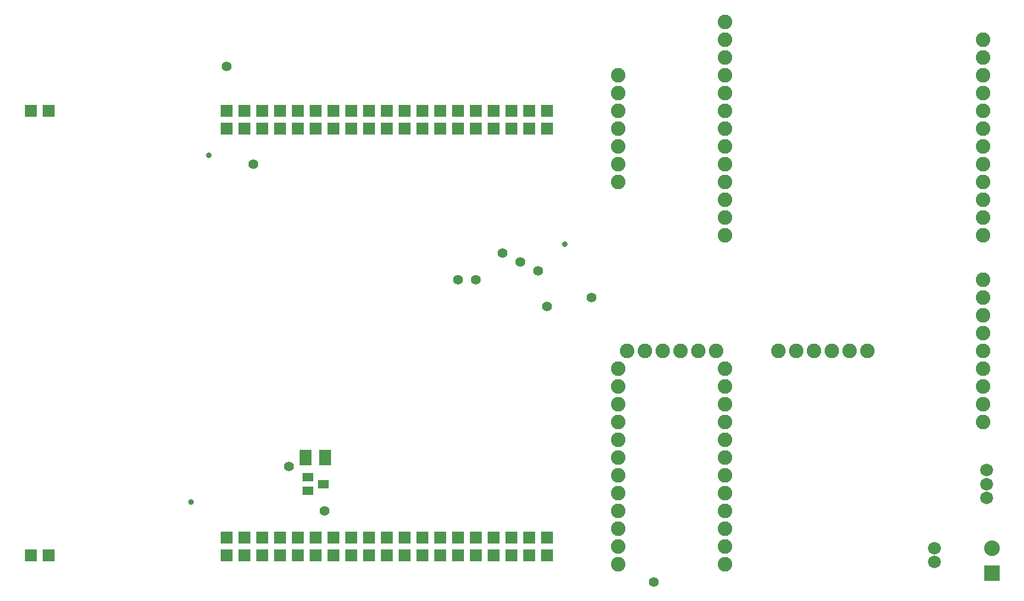
<source format=gts>
G75*
G70*
%OFA0B0*%
%FSLAX24Y24*%
%IPPOS*%
%LPD*%
%AMOC8*
5,1,8,0,0,1.08239X$1,22.5*
%
%ADD10R,0.0714X0.0714*%
%ADD11C,0.0316*%
%ADD12C,0.0820*%
%ADD13C,0.0720*%
%ADD14R,0.0880X0.0880*%
%ADD15C,0.0880*%
%ADD16R,0.0631X0.0474*%
%ADD17R,0.0710X0.0867*%
%ADD18C,0.0556*%
D10*
X003100Y003100D03*
X004100Y003100D03*
X014100Y003100D03*
X015100Y003100D03*
X016100Y003100D03*
X017100Y003100D03*
X018100Y003100D03*
X019100Y003100D03*
X020100Y003100D03*
X021100Y003100D03*
X022100Y003100D03*
X023100Y003100D03*
X024100Y003100D03*
X025100Y003100D03*
X026100Y003100D03*
X027100Y003100D03*
X028100Y003100D03*
X029100Y003100D03*
X030100Y003100D03*
X031100Y003100D03*
X032100Y003100D03*
X032100Y004100D03*
X031100Y004100D03*
X030100Y004100D03*
X029100Y004100D03*
X028100Y004100D03*
X027100Y004100D03*
X026100Y004100D03*
X025100Y004100D03*
X024100Y004100D03*
X023100Y004100D03*
X022100Y004100D03*
X021100Y004100D03*
X020100Y004100D03*
X019100Y004100D03*
X018100Y004100D03*
X017100Y004100D03*
X016100Y004100D03*
X015100Y004100D03*
X014100Y004100D03*
X014100Y027100D03*
X014100Y028100D03*
X015100Y028100D03*
X016100Y028100D03*
X016100Y027100D03*
X015100Y027100D03*
X017100Y027100D03*
X017100Y028100D03*
X018100Y028100D03*
X019100Y028100D03*
X019100Y027100D03*
X018100Y027100D03*
X020100Y027100D03*
X020100Y028100D03*
X021100Y028100D03*
X021100Y027100D03*
X022100Y027100D03*
X023100Y027100D03*
X023100Y028100D03*
X022100Y028100D03*
X024100Y028100D03*
X024100Y027100D03*
X025100Y027100D03*
X026100Y027100D03*
X026100Y028100D03*
X025100Y028100D03*
X027100Y028100D03*
X027100Y027100D03*
X028100Y027100D03*
X029100Y027100D03*
X029100Y028100D03*
X028100Y028100D03*
X030100Y028100D03*
X030100Y027100D03*
X031100Y027100D03*
X032100Y027100D03*
X032100Y028100D03*
X031100Y028100D03*
X004100Y028100D03*
X003100Y028100D03*
D11*
X013100Y025600D03*
X033100Y020600D03*
X012100Y006100D03*
D12*
X036100Y005600D03*
X036100Y004600D03*
X036100Y003600D03*
X036100Y002600D03*
X042100Y002600D03*
X042100Y003600D03*
X042100Y004600D03*
X042100Y005600D03*
X042100Y006600D03*
X042100Y007600D03*
X042100Y008600D03*
X042100Y009600D03*
X042100Y010600D03*
X042100Y011600D03*
X042100Y012600D03*
X042100Y013600D03*
X041600Y014600D03*
X040600Y014600D03*
X039600Y014600D03*
X038600Y014600D03*
X037600Y014600D03*
X036600Y014600D03*
X036100Y013600D03*
X036100Y012600D03*
X036100Y011600D03*
X036100Y010600D03*
X036100Y009600D03*
X036100Y008600D03*
X036100Y007600D03*
X036100Y006600D03*
X045100Y014600D03*
X046100Y014600D03*
X047100Y014600D03*
X048100Y014600D03*
X049100Y014600D03*
X050100Y014600D03*
X056600Y014600D03*
X056600Y015600D03*
X056600Y016600D03*
X056600Y017600D03*
X056600Y018600D03*
X056600Y021100D03*
X056600Y022100D03*
X056600Y023100D03*
X056600Y024100D03*
X056600Y025100D03*
X056600Y026100D03*
X056600Y027100D03*
X056600Y028100D03*
X056600Y029100D03*
X056600Y030100D03*
X056600Y031100D03*
X056600Y032100D03*
X042100Y032100D03*
X042100Y031100D03*
X042100Y030100D03*
X042100Y029100D03*
X042100Y028100D03*
X042100Y027100D03*
X042100Y026100D03*
X042100Y025100D03*
X042100Y024100D03*
X042100Y023100D03*
X042100Y022100D03*
X042100Y021100D03*
X036100Y024100D03*
X036100Y025100D03*
X036100Y026100D03*
X036100Y027100D03*
X036100Y028100D03*
X036100Y029100D03*
X036100Y030100D03*
X042100Y033100D03*
X056600Y013600D03*
X056600Y012600D03*
X056600Y011600D03*
X056600Y010600D03*
D13*
X056817Y007887D03*
X056817Y007100D03*
X056817Y006313D03*
X053883Y003494D03*
X053883Y002706D03*
D14*
X057100Y002100D03*
D15*
X057100Y003478D03*
D16*
X019533Y007100D03*
X018667Y006726D03*
X018667Y007474D03*
D17*
X018549Y008600D03*
X019651Y008600D03*
D18*
X017600Y008100D03*
X019600Y005600D03*
X038100Y001600D03*
X032100Y017100D03*
X034600Y017600D03*
X031600Y019100D03*
X030600Y019600D03*
X029600Y020100D03*
X028100Y018600D03*
X027100Y018600D03*
X015600Y025100D03*
X014100Y030600D03*
M02*

</source>
